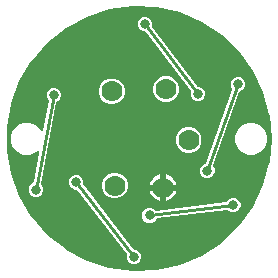
<source format=gbr>
G04 EAGLE Gerber RS-274X export*
G75*
%MOMM*%
%FSLAX34Y34*%
%LPD*%
%INBottom Copper*%
%IPPOS*%
%AMOC8*
5,1,8,0,0,1.08239X$1,22.5*%
G01*
%ADD10C,1.778000*%
%ADD11C,0.806400*%
%ADD12C,0.254000*%

G36*
X14976Y-111406D02*
X14976Y-111406D01*
X15009Y-111401D01*
X15043Y-111402D01*
X15202Y-111376D01*
X34628Y-106942D01*
X34659Y-106931D01*
X34693Y-106925D01*
X34844Y-106872D01*
X53167Y-99040D01*
X53196Y-99023D01*
X53227Y-99013D01*
X53367Y-98933D01*
X69997Y-87955D01*
X70022Y-87934D01*
X70051Y-87917D01*
X70175Y-87814D01*
X84577Y-74044D01*
X84598Y-74018D01*
X84624Y-73996D01*
X84727Y-73872D01*
X96439Y-57752D01*
X96455Y-57722D01*
X96476Y-57697D01*
X96555Y-57557D01*
X105201Y-39604D01*
X105211Y-39572D01*
X105228Y-39543D01*
X105281Y-39391D01*
X110582Y-20183D01*
X110587Y-20150D01*
X110598Y-20118D01*
X110622Y-19959D01*
X112408Y-114D01*
X112407Y-80D01*
X112413Y-47D01*
X112408Y114D01*
X110622Y19959D01*
X110615Y19992D01*
X110615Y20026D01*
X110582Y20183D01*
X105281Y39391D01*
X105268Y39422D01*
X105261Y39455D01*
X105201Y39604D01*
X96555Y57557D01*
X96537Y57585D01*
X96525Y57616D01*
X96439Y57752D01*
X84726Y73872D01*
X84704Y73897D01*
X84686Y73925D01*
X84577Y74044D01*
X70174Y87814D01*
X70148Y87833D01*
X70125Y87858D01*
X69997Y87955D01*
X53367Y98933D01*
X53337Y98947D01*
X53310Y98968D01*
X53167Y99040D01*
X34844Y106872D01*
X34812Y106881D01*
X34782Y106896D01*
X34628Y106942D01*
X15202Y111376D01*
X15168Y111379D01*
X15136Y111389D01*
X14976Y111406D01*
X-4930Y112300D01*
X-4963Y112298D01*
X-4996Y112302D01*
X-5157Y112290D01*
X-24902Y109615D01*
X-24935Y109607D01*
X-24968Y109605D01*
X-25124Y109565D01*
X-44075Y103407D01*
X-44105Y103393D01*
X-44138Y103385D01*
X-44284Y103318D01*
X-61831Y93876D01*
X-61858Y93856D01*
X-61888Y93843D01*
X-62020Y93750D01*
X-77599Y81327D01*
X-77622Y81303D01*
X-77650Y81284D01*
X-77764Y81170D01*
X-90874Y66164D01*
X-90892Y66136D01*
X-90916Y66113D01*
X-91007Y65980D01*
X-101227Y48875D01*
X-101241Y48844D01*
X-101260Y48817D01*
X-101326Y48670D01*
X-108327Y30014D01*
X-108335Y29982D01*
X-108349Y29951D01*
X-108388Y29795D01*
X-111946Y10190D01*
X-111948Y10156D01*
X-111956Y10124D01*
X-111966Y9963D01*
X-111966Y-9963D01*
X-111962Y-9996D01*
X-111964Y-10030D01*
X-111946Y-10190D01*
X-108388Y-29795D01*
X-108378Y-29827D01*
X-108374Y-29860D01*
X-108327Y-30014D01*
X-101326Y-48670D01*
X-101310Y-48699D01*
X-101301Y-48732D01*
X-101227Y-48875D01*
X-91007Y-65980D01*
X-90987Y-66006D01*
X-90972Y-66036D01*
X-90892Y-66139D01*
X-90887Y-66148D01*
X-90883Y-66151D01*
X-90874Y-66164D01*
X-77764Y-81170D01*
X-77739Y-81192D01*
X-77718Y-81219D01*
X-77599Y-81327D01*
X-62020Y-93750D01*
X-61992Y-93768D01*
X-61967Y-93791D01*
X-61831Y-93876D01*
X-44284Y-103318D01*
X-44253Y-103330D01*
X-44224Y-103348D01*
X-44075Y-103407D01*
X-25124Y-109565D01*
X-25091Y-109571D01*
X-25060Y-109584D01*
X-24902Y-109615D01*
X-5157Y-112290D01*
X-5123Y-112291D01*
X-5090Y-112297D01*
X-4930Y-112300D01*
X14976Y-111406D01*
G37*
%LPC*%
G36*
X-88206Y-49065D02*
X-88206Y-49065D01*
X-90435Y-48141D01*
X-92141Y-46435D01*
X-93065Y-44206D01*
X-93065Y-41794D01*
X-92141Y-39565D01*
X-90435Y-37859D01*
X-89944Y-37655D01*
X-89882Y-37620D01*
X-89816Y-37593D01*
X-89744Y-37541D01*
X-89668Y-37497D01*
X-89616Y-37448D01*
X-89559Y-37406D01*
X-89503Y-37338D01*
X-89439Y-37276D01*
X-89402Y-37215D01*
X-89357Y-37160D01*
X-89319Y-37080D01*
X-89273Y-37005D01*
X-89252Y-36937D01*
X-89222Y-36872D01*
X-89182Y-36716D01*
X-84542Y-11968D01*
X-84536Y-11870D01*
X-84521Y-11774D01*
X-84526Y-11712D01*
X-84523Y-11650D01*
X-84541Y-11555D01*
X-84550Y-11457D01*
X-84571Y-11399D01*
X-84583Y-11338D01*
X-84625Y-11250D01*
X-84658Y-11158D01*
X-84693Y-11107D01*
X-84719Y-11051D01*
X-84782Y-10976D01*
X-84837Y-10895D01*
X-84883Y-10854D01*
X-84923Y-10806D01*
X-85002Y-10749D01*
X-85075Y-10684D01*
X-85130Y-10656D01*
X-85181Y-10620D01*
X-85271Y-10584D01*
X-85358Y-10540D01*
X-85419Y-10526D01*
X-85477Y-10504D01*
X-85573Y-10492D01*
X-85669Y-10470D01*
X-85731Y-10472D01*
X-85792Y-10464D01*
X-85889Y-10477D01*
X-85986Y-10480D01*
X-86046Y-10497D01*
X-86108Y-10505D01*
X-86198Y-10541D01*
X-86292Y-10568D01*
X-86345Y-10600D01*
X-86403Y-10623D01*
X-86482Y-10680D01*
X-86566Y-10730D01*
X-86644Y-10799D01*
X-86660Y-10810D01*
X-86667Y-10819D01*
X-86687Y-10836D01*
X-87330Y-11479D01*
X-92307Y-13541D01*
X-97693Y-13541D01*
X-102670Y-11479D01*
X-106479Y-7670D01*
X-108541Y-2693D01*
X-108541Y2693D01*
X-106479Y7670D01*
X-102670Y11479D01*
X-97693Y13541D01*
X-92307Y13541D01*
X-87330Y11479D01*
X-83521Y7670D01*
X-83322Y7191D01*
X-83267Y7094D01*
X-83219Y6994D01*
X-83189Y6957D01*
X-83165Y6915D01*
X-83087Y6835D01*
X-83016Y6749D01*
X-82977Y6721D01*
X-82944Y6687D01*
X-82849Y6628D01*
X-82758Y6563D01*
X-82713Y6546D01*
X-82672Y6520D01*
X-82566Y6488D01*
X-82462Y6447D01*
X-82415Y6441D01*
X-82368Y6427D01*
X-82257Y6421D01*
X-82147Y6408D01*
X-82099Y6414D01*
X-82051Y6412D01*
X-81942Y6434D01*
X-81831Y6448D01*
X-81787Y6466D01*
X-81739Y6476D01*
X-81639Y6525D01*
X-81536Y6566D01*
X-81497Y6594D01*
X-81454Y6616D01*
X-81369Y6688D01*
X-81279Y6754D01*
X-81248Y6791D01*
X-81212Y6822D01*
X-81147Y6913D01*
X-81077Y6999D01*
X-81056Y7043D01*
X-81029Y7082D01*
X-80989Y7186D01*
X-80942Y7287D01*
X-80924Y7359D01*
X-80916Y7379D01*
X-80914Y7397D01*
X-80902Y7443D01*
X-76307Y31949D01*
X-76304Y32006D01*
X-76291Y32062D01*
X-76294Y32165D01*
X-76288Y32267D01*
X-76299Y32323D01*
X-76301Y32380D01*
X-76329Y32479D01*
X-76349Y32579D01*
X-76373Y32631D01*
X-76389Y32686D01*
X-76441Y32774D01*
X-76485Y32866D01*
X-76522Y32910D01*
X-76551Y32960D01*
X-76657Y33081D01*
X-77141Y33565D01*
X-78065Y35794D01*
X-78065Y38206D01*
X-77141Y40435D01*
X-75435Y42141D01*
X-73206Y43065D01*
X-70794Y43065D01*
X-68565Y42141D01*
X-66859Y40435D01*
X-65935Y38206D01*
X-65935Y35794D01*
X-66859Y33565D01*
X-68565Y31859D01*
X-69056Y31655D01*
X-69118Y31620D01*
X-69184Y31593D01*
X-69256Y31541D01*
X-69332Y31497D01*
X-69384Y31448D01*
X-69441Y31406D01*
X-69497Y31338D01*
X-69561Y31276D01*
X-69598Y31215D01*
X-69643Y31160D01*
X-69681Y31080D01*
X-69727Y31005D01*
X-69748Y30937D01*
X-69778Y30872D01*
X-69818Y30716D01*
X-82693Y-37949D01*
X-82696Y-38006D01*
X-82709Y-38062D01*
X-82706Y-38165D01*
X-82712Y-38267D01*
X-82701Y-38323D01*
X-82699Y-38380D01*
X-82671Y-38479D01*
X-82651Y-38579D01*
X-82627Y-38631D01*
X-82611Y-38686D01*
X-82559Y-38774D01*
X-82515Y-38866D01*
X-82478Y-38910D01*
X-82449Y-38960D01*
X-82343Y-39081D01*
X-81859Y-39565D01*
X-80935Y-41794D01*
X-80935Y-44206D01*
X-81859Y-46435D01*
X-83565Y-48141D01*
X-85794Y-49065D01*
X-88206Y-49065D01*
G37*
%LPD*%
%LPC*%
G36*
X-5206Y-106065D02*
X-5206Y-106065D01*
X-7435Y-105141D01*
X-9141Y-103435D01*
X-10065Y-101206D01*
X-10065Y-98794D01*
X-10020Y-98685D01*
X-9991Y-98579D01*
X-9954Y-98476D01*
X-9949Y-98426D01*
X-9936Y-98379D01*
X-9934Y-98269D01*
X-9924Y-98159D01*
X-9932Y-98110D01*
X-9931Y-98061D01*
X-9956Y-97954D01*
X-9974Y-97845D01*
X-9993Y-97800D01*
X-10005Y-97751D01*
X-10056Y-97654D01*
X-10100Y-97553D01*
X-10143Y-97490D01*
X-10154Y-97470D01*
X-10165Y-97457D01*
X-10191Y-97420D01*
X-52086Y-43555D01*
X-52099Y-43542D01*
X-52109Y-43526D01*
X-52212Y-43429D01*
X-52311Y-43330D01*
X-52327Y-43321D01*
X-52341Y-43308D01*
X-52464Y-43240D01*
X-52585Y-43169D01*
X-52603Y-43163D01*
X-52619Y-43154D01*
X-52755Y-43119D01*
X-52891Y-43080D01*
X-52909Y-43080D01*
X-52927Y-43075D01*
X-53088Y-43065D01*
X-54206Y-43065D01*
X-56435Y-42141D01*
X-58141Y-40435D01*
X-59065Y-38206D01*
X-59065Y-35794D01*
X-58141Y-33565D01*
X-56435Y-31859D01*
X-54206Y-30935D01*
X-51794Y-30935D01*
X-49565Y-31859D01*
X-47859Y-33565D01*
X-46935Y-35794D01*
X-46935Y-38206D01*
X-46980Y-38315D01*
X-47009Y-38421D01*
X-47046Y-38524D01*
X-47051Y-38574D01*
X-47064Y-38621D01*
X-47066Y-38731D01*
X-47076Y-38841D01*
X-47068Y-38890D01*
X-47069Y-38939D01*
X-47044Y-39046D01*
X-47026Y-39155D01*
X-47007Y-39200D01*
X-46995Y-39249D01*
X-46944Y-39346D01*
X-46900Y-39447D01*
X-46857Y-39510D01*
X-46846Y-39530D01*
X-46835Y-39543D01*
X-46809Y-39580D01*
X-4914Y-93445D01*
X-4901Y-93458D01*
X-4891Y-93474D01*
X-4788Y-93571D01*
X-4689Y-93670D01*
X-4673Y-93679D01*
X-4659Y-93692D01*
X-4536Y-93760D01*
X-4415Y-93831D01*
X-4397Y-93837D01*
X-4381Y-93846D01*
X-4245Y-93881D01*
X-4109Y-93920D01*
X-4091Y-93920D01*
X-4073Y-93925D01*
X-3912Y-93935D01*
X-2794Y-93935D01*
X-565Y-94859D01*
X1141Y-96565D01*
X2065Y-98794D01*
X2065Y-101206D01*
X1141Y-103435D01*
X-565Y-105141D01*
X-2794Y-106065D01*
X-5206Y-106065D01*
G37*
%LPD*%
%LPC*%
G36*
X56794Y-33065D02*
X56794Y-33065D01*
X54565Y-32141D01*
X52859Y-30435D01*
X51935Y-28206D01*
X51935Y-25794D01*
X52859Y-23565D01*
X54565Y-21859D01*
X56109Y-21219D01*
X56223Y-21154D01*
X56339Y-21094D01*
X56361Y-21075D01*
X56385Y-21061D01*
X56479Y-20970D01*
X56577Y-20883D01*
X56593Y-20860D01*
X56614Y-20840D01*
X56682Y-20728D01*
X56756Y-20620D01*
X56772Y-20583D01*
X56780Y-20569D01*
X56786Y-20548D01*
X56819Y-20472D01*
X78916Y41570D01*
X78931Y41635D01*
X78954Y41698D01*
X78965Y41790D01*
X78984Y41880D01*
X78982Y41947D01*
X78990Y42014D01*
X78977Y42106D01*
X78973Y42198D01*
X78955Y42262D01*
X78945Y42329D01*
X78893Y42481D01*
X77935Y44794D01*
X77935Y47206D01*
X78859Y49435D01*
X80565Y51141D01*
X82794Y52065D01*
X85206Y52065D01*
X87435Y51141D01*
X89141Y49435D01*
X90065Y47206D01*
X90065Y44794D01*
X89141Y42565D01*
X87435Y40859D01*
X85891Y40219D01*
X85777Y40154D01*
X85661Y40094D01*
X85639Y40075D01*
X85615Y40061D01*
X85521Y39970D01*
X85423Y39883D01*
X85407Y39860D01*
X85386Y39840D01*
X85318Y39728D01*
X85244Y39620D01*
X85228Y39583D01*
X85220Y39569D01*
X85214Y39548D01*
X85181Y39472D01*
X63084Y-22570D01*
X63069Y-22635D01*
X63046Y-22698D01*
X63035Y-22790D01*
X63016Y-22880D01*
X63018Y-22947D01*
X63010Y-23014D01*
X63023Y-23106D01*
X63027Y-23198D01*
X63045Y-23262D01*
X63055Y-23329D01*
X63107Y-23481D01*
X64065Y-25794D01*
X64065Y-28206D01*
X63141Y-30435D01*
X61435Y-32141D01*
X59206Y-33065D01*
X56794Y-33065D01*
G37*
%LPD*%
%LPC*%
G36*
X48794Y31935D02*
X48794Y31935D01*
X46565Y32859D01*
X44859Y34565D01*
X43935Y36794D01*
X43935Y39206D01*
X44005Y39374D01*
X44032Y39474D01*
X44068Y39571D01*
X44074Y39627D01*
X44088Y39680D01*
X44090Y39784D01*
X44101Y39887D01*
X44093Y39943D01*
X44094Y39998D01*
X44069Y40099D01*
X44054Y40202D01*
X44032Y40253D01*
X44019Y40308D01*
X43971Y40399D01*
X43930Y40495D01*
X43881Y40570D01*
X43871Y40589D01*
X43861Y40599D01*
X43841Y40629D01*
X5853Y90436D01*
X5836Y90453D01*
X5822Y90474D01*
X5724Y90566D01*
X5630Y90662D01*
X5609Y90675D01*
X5591Y90692D01*
X5473Y90757D01*
X5358Y90827D01*
X5334Y90834D01*
X5312Y90846D01*
X5182Y90879D01*
X5053Y90918D01*
X5028Y90919D01*
X5004Y90925D01*
X4844Y90935D01*
X3794Y90935D01*
X1565Y91859D01*
X-141Y93565D01*
X-1065Y95794D01*
X-1065Y98206D01*
X-141Y100435D01*
X1565Y102141D01*
X3794Y103065D01*
X6206Y103065D01*
X8435Y102141D01*
X10141Y100435D01*
X11065Y98206D01*
X11065Y95794D01*
X10995Y95626D01*
X10968Y95526D01*
X10932Y95429D01*
X10926Y95373D01*
X10912Y95320D01*
X10910Y95216D01*
X10899Y95113D01*
X10907Y95057D01*
X10906Y95002D01*
X10931Y94901D01*
X10946Y94798D01*
X10968Y94747D01*
X10981Y94692D01*
X11029Y94601D01*
X11070Y94505D01*
X11119Y94430D01*
X11129Y94411D01*
X11139Y94401D01*
X11159Y94371D01*
X49147Y44564D01*
X49164Y44547D01*
X49178Y44526D01*
X49276Y44434D01*
X49370Y44338D01*
X49391Y44325D01*
X49409Y44308D01*
X49527Y44243D01*
X49642Y44173D01*
X49666Y44166D01*
X49688Y44154D01*
X49818Y44121D01*
X49947Y44082D01*
X49972Y44081D01*
X49996Y44075D01*
X50156Y44065D01*
X51206Y44065D01*
X53435Y43141D01*
X55141Y41435D01*
X56065Y39206D01*
X56065Y36794D01*
X55141Y34565D01*
X53435Y32859D01*
X51206Y31935D01*
X48794Y31935D01*
G37*
%LPD*%
%LPC*%
G36*
X7794Y-71065D02*
X7794Y-71065D01*
X5565Y-70141D01*
X3859Y-68435D01*
X2935Y-66206D01*
X2935Y-63794D01*
X3859Y-61565D01*
X5565Y-59859D01*
X7794Y-58935D01*
X10206Y-58935D01*
X12435Y-59859D01*
X13217Y-60641D01*
X13233Y-60653D01*
X13246Y-60668D01*
X13359Y-60750D01*
X13469Y-60835D01*
X13487Y-60843D01*
X13503Y-60855D01*
X13633Y-60906D01*
X13761Y-60962D01*
X13780Y-60965D01*
X13798Y-60972D01*
X13936Y-60990D01*
X14075Y-61012D01*
X14094Y-61010D01*
X14114Y-61012D01*
X14275Y-61002D01*
X73796Y-53457D01*
X73902Y-53430D01*
X74009Y-53412D01*
X74055Y-53391D01*
X74104Y-53378D01*
X74199Y-53326D01*
X74299Y-53281D01*
X74338Y-53249D01*
X74383Y-53225D01*
X74462Y-53150D01*
X74547Y-53082D01*
X74578Y-53042D01*
X74615Y-53007D01*
X74673Y-52915D01*
X74738Y-52828D01*
X74773Y-52757D01*
X74785Y-52738D01*
X74790Y-52722D01*
X74809Y-52684D01*
X74859Y-52565D01*
X76565Y-50859D01*
X78794Y-49935D01*
X81206Y-49935D01*
X83435Y-50859D01*
X85141Y-52565D01*
X86065Y-54794D01*
X86065Y-57206D01*
X85141Y-59435D01*
X83435Y-61141D01*
X81206Y-62065D01*
X78794Y-62065D01*
X76565Y-61141D01*
X75783Y-60359D01*
X75767Y-60347D01*
X75754Y-60332D01*
X75641Y-60250D01*
X75531Y-60165D01*
X75513Y-60157D01*
X75497Y-60145D01*
X75367Y-60094D01*
X75239Y-60038D01*
X75220Y-60035D01*
X75202Y-60028D01*
X75064Y-60010D01*
X74925Y-59988D01*
X74906Y-59990D01*
X74886Y-59988D01*
X74725Y-59998D01*
X15204Y-67543D01*
X15098Y-67570D01*
X14991Y-67588D01*
X14945Y-67609D01*
X14896Y-67622D01*
X14801Y-67674D01*
X14701Y-67719D01*
X14662Y-67751D01*
X14617Y-67775D01*
X14538Y-67850D01*
X14453Y-67918D01*
X14422Y-67958D01*
X14385Y-67993D01*
X14327Y-68085D01*
X14262Y-68172D01*
X14227Y-68243D01*
X14215Y-68262D01*
X14210Y-68278D01*
X14191Y-68316D01*
X14141Y-68435D01*
X12435Y-70141D01*
X10206Y-71065D01*
X7794Y-71065D01*
G37*
%LPD*%
%LPC*%
G36*
X92307Y-13541D02*
X92307Y-13541D01*
X87330Y-11479D01*
X83521Y-7670D01*
X81459Y-2693D01*
X81459Y2693D01*
X83521Y7670D01*
X87330Y11479D01*
X92307Y13541D01*
X97693Y13541D01*
X102670Y11479D01*
X106479Y7670D01*
X108541Y2693D01*
X108541Y-2693D01*
X106479Y-7670D01*
X102670Y-11479D01*
X97693Y-13541D01*
X92307Y-13541D01*
G37*
%LPD*%
%LPC*%
G36*
X20827Y31077D02*
X20827Y31077D01*
X16813Y32740D01*
X13740Y35813D01*
X12077Y39827D01*
X12077Y44173D01*
X13740Y48187D01*
X16813Y51260D01*
X20827Y52923D01*
X25173Y52923D01*
X29187Y51260D01*
X32260Y48187D01*
X33923Y44173D01*
X33923Y39827D01*
X32260Y35813D01*
X29187Y32740D01*
X25173Y31077D01*
X20827Y31077D01*
G37*
%LPD*%
%LPC*%
G36*
X-25207Y29119D02*
X-25207Y29119D01*
X-29221Y30782D01*
X-32294Y33855D01*
X-33957Y37869D01*
X-33957Y42215D01*
X-32294Y46229D01*
X-29221Y49302D01*
X-25207Y50965D01*
X-20861Y50965D01*
X-16847Y49302D01*
X-13774Y46229D01*
X-12111Y42215D01*
X-12111Y37869D01*
X-13774Y33855D01*
X-16847Y30782D01*
X-20861Y29119D01*
X-25207Y29119D01*
G37*
%LPD*%
%LPC*%
G36*
X-22580Y-50551D02*
X-22580Y-50551D01*
X-26594Y-48888D01*
X-29667Y-45816D01*
X-31330Y-41801D01*
X-31330Y-37456D01*
X-29667Y-33441D01*
X-26594Y-30369D01*
X-22580Y-28706D01*
X-18235Y-28706D01*
X-14220Y-30369D01*
X-11147Y-33441D01*
X-9485Y-37456D01*
X-9485Y-41801D01*
X-11147Y-45816D01*
X-14220Y-48888D01*
X-18235Y-50551D01*
X-22580Y-50551D01*
G37*
%LPD*%
%LPC*%
G36*
X39899Y-11999D02*
X39899Y-11999D01*
X35884Y-10336D01*
X32812Y-7264D01*
X31149Y-3249D01*
X31149Y1096D01*
X32812Y5111D01*
X35884Y8183D01*
X39899Y9846D01*
X44244Y9846D01*
X48259Y8183D01*
X51331Y5111D01*
X52994Y1096D01*
X52994Y-3249D01*
X51331Y-7264D01*
X48259Y-10336D01*
X44244Y-11999D01*
X39899Y-11999D01*
G37*
%LPD*%
%LPC*%
G36*
X22970Y-43951D02*
X22970Y-43951D01*
X31602Y-43951D01*
X31580Y-44089D01*
X31024Y-45800D01*
X30207Y-47403D01*
X29150Y-48859D01*
X27877Y-50131D01*
X26422Y-51189D01*
X24819Y-52005D01*
X23107Y-52561D01*
X22970Y-52583D01*
X22970Y-43951D01*
G37*
%LPD*%
%LPC*%
G36*
X22970Y-38873D02*
X22970Y-38873D01*
X22970Y-30241D01*
X23107Y-30263D01*
X24819Y-30819D01*
X26422Y-31635D01*
X27877Y-32693D01*
X29150Y-33965D01*
X30207Y-35421D01*
X31024Y-37024D01*
X31580Y-38735D01*
X31602Y-38873D01*
X22970Y-38873D01*
G37*
%LPD*%
%LPC*%
G36*
X17754Y-52561D02*
X17754Y-52561D01*
X16043Y-52005D01*
X14440Y-51189D01*
X12984Y-50131D01*
X11712Y-48859D01*
X10654Y-47403D01*
X9837Y-45800D01*
X9281Y-44089D01*
X9260Y-43951D01*
X17891Y-43951D01*
X17891Y-52583D01*
X17754Y-52561D01*
G37*
%LPD*%
%LPC*%
G36*
X9260Y-38873D02*
X9260Y-38873D01*
X9281Y-38735D01*
X9837Y-37024D01*
X10654Y-35421D01*
X11712Y-33965D01*
X12984Y-32693D01*
X14440Y-31635D01*
X16043Y-30819D01*
X17754Y-30263D01*
X17891Y-30241D01*
X17891Y-38873D01*
X9260Y-38873D01*
G37*
%LPD*%
%LPC*%
G36*
X20430Y-41413D02*
X20430Y-41413D01*
X20430Y-41411D01*
X20432Y-41411D01*
X20432Y-41413D01*
X20430Y-41413D01*
G37*
%LPD*%
D10*
X-20407Y-39628D03*
X-23034Y40042D03*
X20431Y-41412D03*
X42071Y-1077D03*
X23000Y42000D03*
D11*
X-51000Y38000D03*
D12*
X-52000Y32000D01*
D11*
X8000Y64000D03*
D12*
X-2000Y70000D01*
D11*
X57000Y26000D03*
D12*
X55000Y27000D01*
D11*
X51000Y-41000D03*
D12*
X53000Y-39000D01*
D11*
X-59000Y-24000D03*
D12*
X-57000Y-28000D01*
D11*
X5000Y97000D03*
D12*
X50000Y38000D01*
D11*
X50000Y38000D03*
X84000Y46000D03*
D12*
X58000Y-27000D01*
D11*
X58000Y-27000D03*
X80000Y-56000D03*
D12*
X9000Y-65000D01*
D11*
X9000Y-65000D03*
X-4000Y-100000D03*
D12*
X-53000Y-37000D01*
D11*
X-53000Y-37000D03*
X-87000Y-43000D03*
D12*
X-72000Y37000D01*
D11*
X-72000Y37000D03*
M02*

</source>
